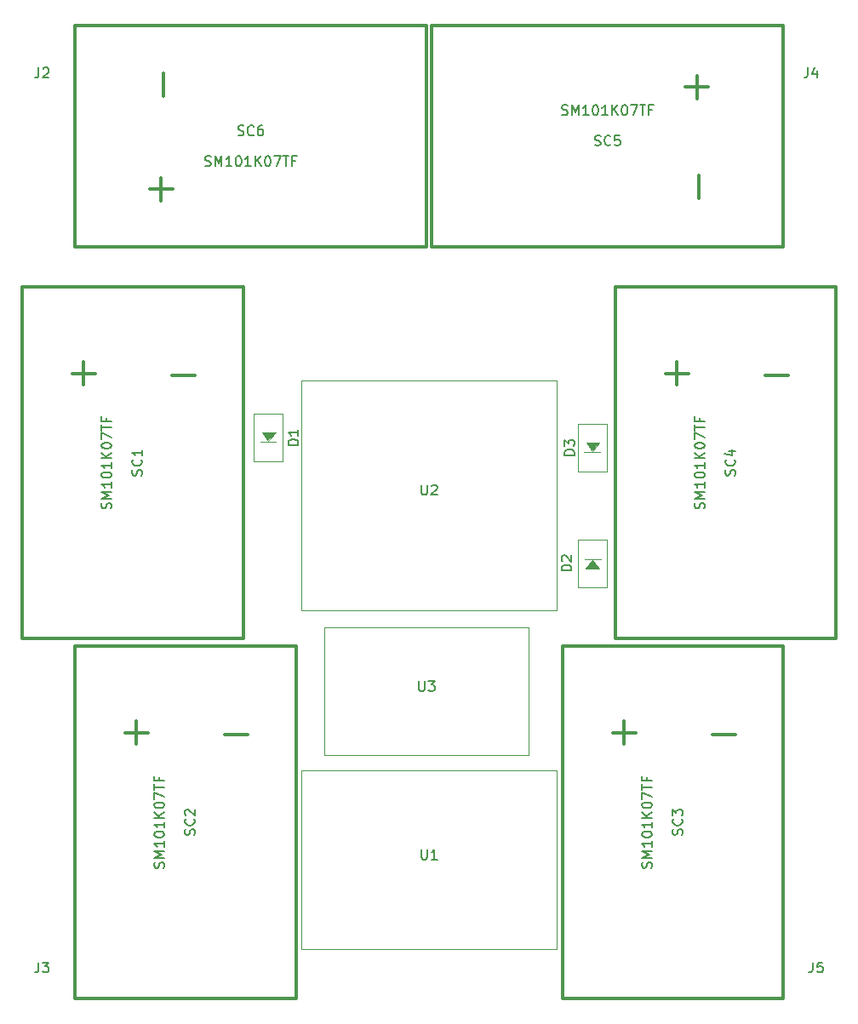
<source format=gbr>
%TF.GenerationSoftware,KiCad,Pcbnew,(5.1.10)-1*%
%TF.CreationDate,2022-05-09T18:00:36-07:00*%
%TF.ProjectId,solar-panel-WithCutout,736f6c61-722d-4706-916e-656c2d576974,1.0*%
%TF.SameCoordinates,Original*%
%TF.FileFunction,Legend,Top*%
%TF.FilePolarity,Positive*%
%FSLAX46Y46*%
G04 Gerber Fmt 4.6, Leading zero omitted, Abs format (unit mm)*
G04 Created by KiCad (PCBNEW (5.1.10)-1) date 2022-05-09 18:00:36*
%MOMM*%
%LPD*%
G01*
G04 APERTURE LIST*
%ADD10C,0.120000*%
%ADD11C,0.100000*%
%ADD12C,0.300000*%
%ADD13C,0.150000*%
G04 APERTURE END LIST*
D10*
%TO.C,D3*%
X156937200Y-92431800D02*
X158486600Y-92431800D01*
D11*
G36*
X158461200Y-91492000D02*
G01*
X157724600Y-92304800D01*
X157115000Y-91492000D01*
X158461200Y-91492000D01*
G37*
X158461200Y-91492000D02*
X157724600Y-92304800D01*
X157115000Y-91492000D01*
X158461200Y-91492000D01*
D10*
X156300000Y-94375000D02*
X156300000Y-89625000D01*
X159200000Y-94375000D02*
X156300000Y-94375000D01*
X159200000Y-89625000D02*
X156300000Y-89625000D01*
X159200000Y-94375000D02*
X159200000Y-89625000D01*
%TO.C,D2*%
X158562800Y-103068200D02*
X157013400Y-103068200D01*
D11*
G36*
X157038800Y-104008000D02*
G01*
X157775400Y-103195200D01*
X158385000Y-104008000D01*
X157038800Y-104008000D01*
G37*
X157038800Y-104008000D02*
X157775400Y-103195200D01*
X158385000Y-104008000D01*
X157038800Y-104008000D01*
D10*
X159200000Y-101125000D02*
X159200000Y-105875000D01*
X156300000Y-101125000D02*
X159200000Y-101125000D01*
X156300000Y-105875000D02*
X159200000Y-105875000D01*
X156300000Y-101125000D02*
X156300000Y-105875000D01*
%TO.C,D1*%
X124687200Y-91431800D02*
X126236600Y-91431800D01*
D11*
G36*
X126211200Y-90492000D02*
G01*
X125474600Y-91304800D01*
X124865000Y-90492000D01*
X126211200Y-90492000D01*
G37*
X126211200Y-90492000D02*
X125474600Y-91304800D01*
X124865000Y-90492000D01*
X126211200Y-90492000D01*
D10*
X124050000Y-93375000D02*
X124050000Y-88625000D01*
X126950000Y-93375000D02*
X124050000Y-93375000D01*
X126950000Y-88625000D02*
X124050000Y-88625000D01*
X126950000Y-93375000D02*
X126950000Y-88625000D01*
%TO.C,U3*%
X141250000Y-122600000D02*
X151410000Y-122600000D01*
X151410000Y-122600000D02*
X151410000Y-116250000D01*
X141250000Y-122600000D02*
X131090000Y-122600000D01*
X131090000Y-122600000D02*
X131090000Y-116250000D01*
X151410000Y-109900000D02*
X151410000Y-116250000D01*
X141250000Y-109900000D02*
X151410000Y-109900000D01*
X131090000Y-109900000D02*
X131090000Y-116250000D01*
X141250000Y-109900000D02*
X131090000Y-109900000D01*
%TO.C,U2*%
X141500000Y-85320000D02*
X128800000Y-85320000D01*
X128800000Y-94210000D02*
X128800000Y-85320000D01*
X141500000Y-85320000D02*
X154200000Y-85320000D01*
X154200000Y-94210000D02*
X154200000Y-85320000D01*
X128800000Y-85320000D02*
X130578000Y-85320000D01*
X128800000Y-94210000D02*
X128800000Y-96750000D01*
X154200000Y-94210000D02*
X154200000Y-96750000D01*
X128800000Y-99290000D02*
X128800000Y-96750000D01*
X141500000Y-108180000D02*
X128800000Y-108180000D01*
X141500000Y-108180000D02*
X154200000Y-108180000D01*
X154200000Y-108180000D02*
X152422000Y-108180000D01*
X154200000Y-99290000D02*
X154200000Y-96750000D01*
X154200000Y-99290000D02*
X154200000Y-108180000D01*
X128800000Y-99290000D02*
X128800000Y-108180000D01*
%TO.C,U1*%
X154200000Y-133000000D02*
X154200000Y-141890000D01*
X141500000Y-141890000D02*
X154200000Y-141890000D01*
X141500000Y-141890000D02*
X128800000Y-141890000D01*
X128800000Y-133000000D02*
X128800000Y-141890000D01*
X154200000Y-133000000D02*
X154200000Y-124110000D01*
X141500000Y-124110000D02*
X154200000Y-124110000D01*
X128800000Y-133000000D02*
X128800000Y-124110000D01*
X141500000Y-124110000D02*
X128800000Y-124110000D01*
D12*
%TO.C,SC6*%
X141250000Y-72000000D02*
X106250000Y-72000000D01*
X106250000Y-72000000D02*
X106250000Y-50000000D01*
X106250000Y-50000000D02*
X141250000Y-50000000D01*
X141250000Y-50000000D02*
X141250000Y-72000000D01*
%TO.C,SC5*%
X141750000Y-50000000D02*
X176750000Y-50000000D01*
X176750000Y-50000000D02*
X176750000Y-72000000D01*
X176750000Y-72000000D02*
X141750000Y-72000000D01*
X141750000Y-72000000D02*
X141750000Y-50000000D01*
%TO.C,SC4*%
X160000000Y-111000000D02*
X160000000Y-76000000D01*
X160000000Y-76000000D02*
X182000000Y-76000000D01*
X182000000Y-76000000D02*
X182000000Y-111000000D01*
X182000000Y-111000000D02*
X160000000Y-111000000D01*
%TO.C,SC3*%
X154750000Y-146750000D02*
X154750000Y-111750000D01*
X154750000Y-111750000D02*
X176750000Y-111750000D01*
X176750000Y-111750000D02*
X176750000Y-146750000D01*
X176750000Y-146750000D02*
X154750000Y-146750000D01*
%TO.C,SC2*%
X106250000Y-146750000D02*
X106250000Y-111750000D01*
X106250000Y-111750000D02*
X128250000Y-111750000D01*
X128250000Y-111750000D02*
X128250000Y-146750000D01*
X128250000Y-146750000D02*
X106250000Y-146750000D01*
%TO.C,SC1*%
X101000000Y-111000000D02*
X101000000Y-76000000D01*
X101000000Y-76000000D02*
X123000000Y-76000000D01*
X123000000Y-76000000D02*
X123000000Y-111000000D01*
X123000000Y-111000000D02*
X101000000Y-111000000D01*
%TO.C,J5*%
D13*
X179666666Y-143202380D02*
X179666666Y-143916666D01*
X179619047Y-144059523D01*
X179523809Y-144154761D01*
X179380952Y-144202380D01*
X179285714Y-144202380D01*
X180619047Y-143202380D02*
X180142857Y-143202380D01*
X180095238Y-143678571D01*
X180142857Y-143630952D01*
X180238095Y-143583333D01*
X180476190Y-143583333D01*
X180571428Y-143630952D01*
X180619047Y-143678571D01*
X180666666Y-143773809D01*
X180666666Y-144011904D01*
X180619047Y-144107142D01*
X180571428Y-144154761D01*
X180476190Y-144202380D01*
X180238095Y-144202380D01*
X180142857Y-144154761D01*
X180095238Y-144107142D01*
%TO.C,J4*%
X179166666Y-54202380D02*
X179166666Y-54916666D01*
X179119047Y-55059523D01*
X179023809Y-55154761D01*
X178880952Y-55202380D01*
X178785714Y-55202380D01*
X180071428Y-54535714D02*
X180071428Y-55202380D01*
X179833333Y-54154761D02*
X179595238Y-54869047D01*
X180214285Y-54869047D01*
%TO.C,J3*%
X102666666Y-143202380D02*
X102666666Y-143916666D01*
X102619047Y-144059523D01*
X102523809Y-144154761D01*
X102380952Y-144202380D01*
X102285714Y-144202380D01*
X103047619Y-143202380D02*
X103666666Y-143202380D01*
X103333333Y-143583333D01*
X103476190Y-143583333D01*
X103571428Y-143630952D01*
X103619047Y-143678571D01*
X103666666Y-143773809D01*
X103666666Y-144011904D01*
X103619047Y-144107142D01*
X103571428Y-144154761D01*
X103476190Y-144202380D01*
X103190476Y-144202380D01*
X103095238Y-144154761D01*
X103047619Y-144107142D01*
%TO.C,J2*%
X102666666Y-54202380D02*
X102666666Y-54916666D01*
X102619047Y-55059523D01*
X102523809Y-55154761D01*
X102380952Y-55202380D01*
X102285714Y-55202380D01*
X103095238Y-54297619D02*
X103142857Y-54250000D01*
X103238095Y-54202380D01*
X103476190Y-54202380D01*
X103571428Y-54250000D01*
X103619047Y-54297619D01*
X103666666Y-54392857D01*
X103666666Y-54488095D01*
X103619047Y-54630952D01*
X103047619Y-55202380D01*
X103666666Y-55202380D01*
%TO.C,D3*%
X155952380Y-92738095D02*
X154952380Y-92738095D01*
X154952380Y-92500000D01*
X155000000Y-92357142D01*
X155095238Y-92261904D01*
X155190476Y-92214285D01*
X155380952Y-92166666D01*
X155523809Y-92166666D01*
X155714285Y-92214285D01*
X155809523Y-92261904D01*
X155904761Y-92357142D01*
X155952380Y-92500000D01*
X155952380Y-92738095D01*
X154952380Y-91833333D02*
X154952380Y-91214285D01*
X155333333Y-91547619D01*
X155333333Y-91404761D01*
X155380952Y-91309523D01*
X155428571Y-91261904D01*
X155523809Y-91214285D01*
X155761904Y-91214285D01*
X155857142Y-91261904D01*
X155904761Y-91309523D01*
X155952380Y-91404761D01*
X155952380Y-91690476D01*
X155904761Y-91785714D01*
X155857142Y-91833333D01*
%TO.C,D2*%
X155662380Y-104238095D02*
X154662380Y-104238095D01*
X154662380Y-104000000D01*
X154710000Y-103857142D01*
X154805238Y-103761904D01*
X154900476Y-103714285D01*
X155090952Y-103666666D01*
X155233809Y-103666666D01*
X155424285Y-103714285D01*
X155519523Y-103761904D01*
X155614761Y-103857142D01*
X155662380Y-104000000D01*
X155662380Y-104238095D01*
X154757619Y-103285714D02*
X154710000Y-103238095D01*
X154662380Y-103142857D01*
X154662380Y-102904761D01*
X154710000Y-102809523D01*
X154757619Y-102761904D01*
X154852857Y-102714285D01*
X154948095Y-102714285D01*
X155090952Y-102761904D01*
X155662380Y-103333333D01*
X155662380Y-102714285D01*
%TO.C,D1*%
X128492380Y-91738095D02*
X127492380Y-91738095D01*
X127492380Y-91500000D01*
X127540000Y-91357142D01*
X127635238Y-91261904D01*
X127730476Y-91214285D01*
X127920952Y-91166666D01*
X128063809Y-91166666D01*
X128254285Y-91214285D01*
X128349523Y-91261904D01*
X128444761Y-91357142D01*
X128492380Y-91500000D01*
X128492380Y-91738095D01*
X128492380Y-90214285D02*
X128492380Y-90785714D01*
X128492380Y-90500000D02*
X127492380Y-90500000D01*
X127635238Y-90595238D01*
X127730476Y-90690476D01*
X127778095Y-90785714D01*
%TO.C,U3*%
X140488095Y-115202380D02*
X140488095Y-116011904D01*
X140535714Y-116107142D01*
X140583333Y-116154761D01*
X140678571Y-116202380D01*
X140869047Y-116202380D01*
X140964285Y-116154761D01*
X141011904Y-116107142D01*
X141059523Y-116011904D01*
X141059523Y-115202380D01*
X141440476Y-115202380D02*
X142059523Y-115202380D01*
X141726190Y-115583333D01*
X141869047Y-115583333D01*
X141964285Y-115630952D01*
X142011904Y-115678571D01*
X142059523Y-115773809D01*
X142059523Y-116011904D01*
X142011904Y-116107142D01*
X141964285Y-116154761D01*
X141869047Y-116202380D01*
X141583333Y-116202380D01*
X141488095Y-116154761D01*
X141440476Y-116107142D01*
%TO.C,U2*%
X140738095Y-95702380D02*
X140738095Y-96511904D01*
X140785714Y-96607142D01*
X140833333Y-96654761D01*
X140928571Y-96702380D01*
X141119047Y-96702380D01*
X141214285Y-96654761D01*
X141261904Y-96607142D01*
X141309523Y-96511904D01*
X141309523Y-95702380D01*
X141738095Y-95797619D02*
X141785714Y-95750000D01*
X141880952Y-95702380D01*
X142119047Y-95702380D01*
X142214285Y-95750000D01*
X142261904Y-95797619D01*
X142309523Y-95892857D01*
X142309523Y-95988095D01*
X142261904Y-96130952D01*
X141690476Y-96702380D01*
X142309523Y-96702380D01*
%TO.C,U1*%
X140738095Y-131952380D02*
X140738095Y-132761904D01*
X140785714Y-132857142D01*
X140833333Y-132904761D01*
X140928571Y-132952380D01*
X141119047Y-132952380D01*
X141214285Y-132904761D01*
X141261904Y-132857142D01*
X141309523Y-132761904D01*
X141309523Y-131952380D01*
X142309523Y-132952380D02*
X141738095Y-132952380D01*
X142023809Y-132952380D02*
X142023809Y-131952380D01*
X141928571Y-132095238D01*
X141833333Y-132190476D01*
X141738095Y-132238095D01*
%TO.C,SC6*%
X122488095Y-60904761D02*
X122630952Y-60952380D01*
X122869047Y-60952380D01*
X122964285Y-60904761D01*
X123011904Y-60857142D01*
X123059523Y-60761904D01*
X123059523Y-60666666D01*
X123011904Y-60571428D01*
X122964285Y-60523809D01*
X122869047Y-60476190D01*
X122678571Y-60428571D01*
X122583333Y-60380952D01*
X122535714Y-60333333D01*
X122488095Y-60238095D01*
X122488095Y-60142857D01*
X122535714Y-60047619D01*
X122583333Y-60000000D01*
X122678571Y-59952380D01*
X122916666Y-59952380D01*
X123059523Y-60000000D01*
X124059523Y-60857142D02*
X124011904Y-60904761D01*
X123869047Y-60952380D01*
X123773809Y-60952380D01*
X123630952Y-60904761D01*
X123535714Y-60809523D01*
X123488095Y-60714285D01*
X123440476Y-60523809D01*
X123440476Y-60380952D01*
X123488095Y-60190476D01*
X123535714Y-60095238D01*
X123630952Y-60000000D01*
X123773809Y-59952380D01*
X123869047Y-59952380D01*
X124011904Y-60000000D01*
X124059523Y-60047619D01*
X124916666Y-59952380D02*
X124726190Y-59952380D01*
X124630952Y-60000000D01*
X124583333Y-60047619D01*
X124488095Y-60190476D01*
X124440476Y-60380952D01*
X124440476Y-60761904D01*
X124488095Y-60857142D01*
X124535714Y-60904761D01*
X124630952Y-60952380D01*
X124821428Y-60952380D01*
X124916666Y-60904761D01*
X124964285Y-60857142D01*
X125011904Y-60761904D01*
X125011904Y-60523809D01*
X124964285Y-60428571D01*
X124916666Y-60380952D01*
X124821428Y-60333333D01*
X124630952Y-60333333D01*
X124535714Y-60380952D01*
X124488095Y-60428571D01*
X124440476Y-60523809D01*
X119202380Y-63944761D02*
X119345238Y-63992380D01*
X119583333Y-63992380D01*
X119678571Y-63944761D01*
X119726190Y-63897142D01*
X119773809Y-63801904D01*
X119773809Y-63706666D01*
X119726190Y-63611428D01*
X119678571Y-63563809D01*
X119583333Y-63516190D01*
X119392857Y-63468571D01*
X119297619Y-63420952D01*
X119250000Y-63373333D01*
X119202380Y-63278095D01*
X119202380Y-63182857D01*
X119250000Y-63087619D01*
X119297619Y-63040000D01*
X119392857Y-62992380D01*
X119630952Y-62992380D01*
X119773809Y-63040000D01*
X120202380Y-63992380D02*
X120202380Y-62992380D01*
X120535714Y-63706666D01*
X120869047Y-62992380D01*
X120869047Y-63992380D01*
X121869047Y-63992380D02*
X121297619Y-63992380D01*
X121583333Y-63992380D02*
X121583333Y-62992380D01*
X121488095Y-63135238D01*
X121392857Y-63230476D01*
X121297619Y-63278095D01*
X122488095Y-62992380D02*
X122583333Y-62992380D01*
X122678571Y-63040000D01*
X122726190Y-63087619D01*
X122773809Y-63182857D01*
X122821428Y-63373333D01*
X122821428Y-63611428D01*
X122773809Y-63801904D01*
X122726190Y-63897142D01*
X122678571Y-63944761D01*
X122583333Y-63992380D01*
X122488095Y-63992380D01*
X122392857Y-63944761D01*
X122345238Y-63897142D01*
X122297619Y-63801904D01*
X122250000Y-63611428D01*
X122250000Y-63373333D01*
X122297619Y-63182857D01*
X122345238Y-63087619D01*
X122392857Y-63040000D01*
X122488095Y-62992380D01*
X123773809Y-63992380D02*
X123202380Y-63992380D01*
X123488095Y-63992380D02*
X123488095Y-62992380D01*
X123392857Y-63135238D01*
X123297619Y-63230476D01*
X123202380Y-63278095D01*
X124202380Y-63992380D02*
X124202380Y-62992380D01*
X124773809Y-63992380D02*
X124345238Y-63420952D01*
X124773809Y-62992380D02*
X124202380Y-63563809D01*
X125392857Y-62992380D02*
X125488095Y-62992380D01*
X125583333Y-63040000D01*
X125630952Y-63087619D01*
X125678571Y-63182857D01*
X125726190Y-63373333D01*
X125726190Y-63611428D01*
X125678571Y-63801904D01*
X125630952Y-63897142D01*
X125583333Y-63944761D01*
X125488095Y-63992380D01*
X125392857Y-63992380D01*
X125297619Y-63944761D01*
X125250000Y-63897142D01*
X125202380Y-63801904D01*
X125154761Y-63611428D01*
X125154761Y-63373333D01*
X125202380Y-63182857D01*
X125250000Y-63087619D01*
X125297619Y-63040000D01*
X125392857Y-62992380D01*
X126059523Y-62992380D02*
X126726190Y-62992380D01*
X126297619Y-63992380D01*
X126964285Y-62992380D02*
X127535714Y-62992380D01*
X127250000Y-63992380D02*
X127250000Y-62992380D01*
X128202380Y-63468571D02*
X127869047Y-63468571D01*
X127869047Y-63992380D02*
X127869047Y-62992380D01*
X128345238Y-62992380D01*
D12*
X115074285Y-57062857D02*
X115074285Y-54777142D01*
X113717142Y-66294285D02*
X116002857Y-66294285D01*
X114860000Y-67437142D02*
X114860000Y-65151428D01*
%TO.C,SC5*%
D13*
X157988095Y-61904761D02*
X158130952Y-61952380D01*
X158369047Y-61952380D01*
X158464285Y-61904761D01*
X158511904Y-61857142D01*
X158559523Y-61761904D01*
X158559523Y-61666666D01*
X158511904Y-61571428D01*
X158464285Y-61523809D01*
X158369047Y-61476190D01*
X158178571Y-61428571D01*
X158083333Y-61380952D01*
X158035714Y-61333333D01*
X157988095Y-61238095D01*
X157988095Y-61142857D01*
X158035714Y-61047619D01*
X158083333Y-61000000D01*
X158178571Y-60952380D01*
X158416666Y-60952380D01*
X158559523Y-61000000D01*
X159559523Y-61857142D02*
X159511904Y-61904761D01*
X159369047Y-61952380D01*
X159273809Y-61952380D01*
X159130952Y-61904761D01*
X159035714Y-61809523D01*
X158988095Y-61714285D01*
X158940476Y-61523809D01*
X158940476Y-61380952D01*
X158988095Y-61190476D01*
X159035714Y-61095238D01*
X159130952Y-61000000D01*
X159273809Y-60952380D01*
X159369047Y-60952380D01*
X159511904Y-61000000D01*
X159559523Y-61047619D01*
X160464285Y-60952380D02*
X159988095Y-60952380D01*
X159940476Y-61428571D01*
X159988095Y-61380952D01*
X160083333Y-61333333D01*
X160321428Y-61333333D01*
X160416666Y-61380952D01*
X160464285Y-61428571D01*
X160511904Y-61523809D01*
X160511904Y-61761904D01*
X160464285Y-61857142D01*
X160416666Y-61904761D01*
X160321428Y-61952380D01*
X160083333Y-61952380D01*
X159988095Y-61904761D01*
X159940476Y-61857142D01*
X154702380Y-58864761D02*
X154845238Y-58912380D01*
X155083333Y-58912380D01*
X155178571Y-58864761D01*
X155226190Y-58817142D01*
X155273809Y-58721904D01*
X155273809Y-58626666D01*
X155226190Y-58531428D01*
X155178571Y-58483809D01*
X155083333Y-58436190D01*
X154892857Y-58388571D01*
X154797619Y-58340952D01*
X154750000Y-58293333D01*
X154702380Y-58198095D01*
X154702380Y-58102857D01*
X154750000Y-58007619D01*
X154797619Y-57960000D01*
X154892857Y-57912380D01*
X155130952Y-57912380D01*
X155273809Y-57960000D01*
X155702380Y-58912380D02*
X155702380Y-57912380D01*
X156035714Y-58626666D01*
X156369047Y-57912380D01*
X156369047Y-58912380D01*
X157369047Y-58912380D02*
X156797619Y-58912380D01*
X157083333Y-58912380D02*
X157083333Y-57912380D01*
X156988095Y-58055238D01*
X156892857Y-58150476D01*
X156797619Y-58198095D01*
X157988095Y-57912380D02*
X158083333Y-57912380D01*
X158178571Y-57960000D01*
X158226190Y-58007619D01*
X158273809Y-58102857D01*
X158321428Y-58293333D01*
X158321428Y-58531428D01*
X158273809Y-58721904D01*
X158226190Y-58817142D01*
X158178571Y-58864761D01*
X158083333Y-58912380D01*
X157988095Y-58912380D01*
X157892857Y-58864761D01*
X157845238Y-58817142D01*
X157797619Y-58721904D01*
X157750000Y-58531428D01*
X157750000Y-58293333D01*
X157797619Y-58102857D01*
X157845238Y-58007619D01*
X157892857Y-57960000D01*
X157988095Y-57912380D01*
X159273809Y-58912380D02*
X158702380Y-58912380D01*
X158988095Y-58912380D02*
X158988095Y-57912380D01*
X158892857Y-58055238D01*
X158797619Y-58150476D01*
X158702380Y-58198095D01*
X159702380Y-58912380D02*
X159702380Y-57912380D01*
X160273809Y-58912380D02*
X159845238Y-58340952D01*
X160273809Y-57912380D02*
X159702380Y-58483809D01*
X160892857Y-57912380D02*
X160988095Y-57912380D01*
X161083333Y-57960000D01*
X161130952Y-58007619D01*
X161178571Y-58102857D01*
X161226190Y-58293333D01*
X161226190Y-58531428D01*
X161178571Y-58721904D01*
X161130952Y-58817142D01*
X161083333Y-58864761D01*
X160988095Y-58912380D01*
X160892857Y-58912380D01*
X160797619Y-58864761D01*
X160750000Y-58817142D01*
X160702380Y-58721904D01*
X160654761Y-58531428D01*
X160654761Y-58293333D01*
X160702380Y-58102857D01*
X160750000Y-58007619D01*
X160797619Y-57960000D01*
X160892857Y-57912380D01*
X161559523Y-57912380D02*
X162226190Y-57912380D01*
X161797619Y-58912380D01*
X162464285Y-57912380D02*
X163035714Y-57912380D01*
X162750000Y-58912380D02*
X162750000Y-57912380D01*
X163702380Y-58388571D02*
X163369047Y-58388571D01*
X163369047Y-58912380D02*
X163369047Y-57912380D01*
X163845238Y-57912380D01*
D12*
X168354285Y-67222857D02*
X168354285Y-64937142D01*
X166997142Y-56134285D02*
X169282857Y-56134285D01*
X168140000Y-57277142D02*
X168140000Y-54991428D01*
%TO.C,SC4*%
D13*
X171904761Y-94761904D02*
X171952380Y-94619047D01*
X171952380Y-94380952D01*
X171904761Y-94285714D01*
X171857142Y-94238095D01*
X171761904Y-94190476D01*
X171666666Y-94190476D01*
X171571428Y-94238095D01*
X171523809Y-94285714D01*
X171476190Y-94380952D01*
X171428571Y-94571428D01*
X171380952Y-94666666D01*
X171333333Y-94714285D01*
X171238095Y-94761904D01*
X171142857Y-94761904D01*
X171047619Y-94714285D01*
X171000000Y-94666666D01*
X170952380Y-94571428D01*
X170952380Y-94333333D01*
X171000000Y-94190476D01*
X171857142Y-93190476D02*
X171904761Y-93238095D01*
X171952380Y-93380952D01*
X171952380Y-93476190D01*
X171904761Y-93619047D01*
X171809523Y-93714285D01*
X171714285Y-93761904D01*
X171523809Y-93809523D01*
X171380952Y-93809523D01*
X171190476Y-93761904D01*
X171095238Y-93714285D01*
X171000000Y-93619047D01*
X170952380Y-93476190D01*
X170952380Y-93380952D01*
X171000000Y-93238095D01*
X171047619Y-93190476D01*
X171285714Y-92333333D02*
X171952380Y-92333333D01*
X170904761Y-92571428D02*
X171619047Y-92809523D01*
X171619047Y-92190476D01*
X168864761Y-98047619D02*
X168912380Y-97904761D01*
X168912380Y-97666666D01*
X168864761Y-97571428D01*
X168817142Y-97523809D01*
X168721904Y-97476190D01*
X168626666Y-97476190D01*
X168531428Y-97523809D01*
X168483809Y-97571428D01*
X168436190Y-97666666D01*
X168388571Y-97857142D01*
X168340952Y-97952380D01*
X168293333Y-98000000D01*
X168198095Y-98047619D01*
X168102857Y-98047619D01*
X168007619Y-98000000D01*
X167960000Y-97952380D01*
X167912380Y-97857142D01*
X167912380Y-97619047D01*
X167960000Y-97476190D01*
X168912380Y-97047619D02*
X167912380Y-97047619D01*
X168626666Y-96714285D01*
X167912380Y-96380952D01*
X168912380Y-96380952D01*
X168912380Y-95380952D02*
X168912380Y-95952380D01*
X168912380Y-95666666D02*
X167912380Y-95666666D01*
X168055238Y-95761904D01*
X168150476Y-95857142D01*
X168198095Y-95952380D01*
X167912380Y-94761904D02*
X167912380Y-94666666D01*
X167960000Y-94571428D01*
X168007619Y-94523809D01*
X168102857Y-94476190D01*
X168293333Y-94428571D01*
X168531428Y-94428571D01*
X168721904Y-94476190D01*
X168817142Y-94523809D01*
X168864761Y-94571428D01*
X168912380Y-94666666D01*
X168912380Y-94761904D01*
X168864761Y-94857142D01*
X168817142Y-94904761D01*
X168721904Y-94952380D01*
X168531428Y-95000000D01*
X168293333Y-95000000D01*
X168102857Y-94952380D01*
X168007619Y-94904761D01*
X167960000Y-94857142D01*
X167912380Y-94761904D01*
X168912380Y-93476190D02*
X168912380Y-94047619D01*
X168912380Y-93761904D02*
X167912380Y-93761904D01*
X168055238Y-93857142D01*
X168150476Y-93952380D01*
X168198095Y-94047619D01*
X168912380Y-93047619D02*
X167912380Y-93047619D01*
X168912380Y-92476190D02*
X168340952Y-92904761D01*
X167912380Y-92476190D02*
X168483809Y-93047619D01*
X167912380Y-91857142D02*
X167912380Y-91761904D01*
X167960000Y-91666666D01*
X168007619Y-91619047D01*
X168102857Y-91571428D01*
X168293333Y-91523809D01*
X168531428Y-91523809D01*
X168721904Y-91571428D01*
X168817142Y-91619047D01*
X168864761Y-91666666D01*
X168912380Y-91761904D01*
X168912380Y-91857142D01*
X168864761Y-91952380D01*
X168817142Y-92000000D01*
X168721904Y-92047619D01*
X168531428Y-92095238D01*
X168293333Y-92095238D01*
X168102857Y-92047619D01*
X168007619Y-92000000D01*
X167960000Y-91952380D01*
X167912380Y-91857142D01*
X167912380Y-91190476D02*
X167912380Y-90523809D01*
X168912380Y-90952380D01*
X167912380Y-90285714D02*
X167912380Y-89714285D01*
X168912380Y-90000000D02*
X167912380Y-90000000D01*
X168388571Y-89047619D02*
X168388571Y-89380952D01*
X168912380Y-89380952D02*
X167912380Y-89380952D01*
X167912380Y-88904761D01*
D12*
X174937142Y-84824285D02*
X177222857Y-84824285D01*
X166134285Y-85752857D02*
X166134285Y-83467142D01*
X167277142Y-84610000D02*
X164991428Y-84610000D01*
%TO.C,SC3*%
D13*
X166654761Y-130511904D02*
X166702380Y-130369047D01*
X166702380Y-130130952D01*
X166654761Y-130035714D01*
X166607142Y-129988095D01*
X166511904Y-129940476D01*
X166416666Y-129940476D01*
X166321428Y-129988095D01*
X166273809Y-130035714D01*
X166226190Y-130130952D01*
X166178571Y-130321428D01*
X166130952Y-130416666D01*
X166083333Y-130464285D01*
X165988095Y-130511904D01*
X165892857Y-130511904D01*
X165797619Y-130464285D01*
X165750000Y-130416666D01*
X165702380Y-130321428D01*
X165702380Y-130083333D01*
X165750000Y-129940476D01*
X166607142Y-128940476D02*
X166654761Y-128988095D01*
X166702380Y-129130952D01*
X166702380Y-129226190D01*
X166654761Y-129369047D01*
X166559523Y-129464285D01*
X166464285Y-129511904D01*
X166273809Y-129559523D01*
X166130952Y-129559523D01*
X165940476Y-129511904D01*
X165845238Y-129464285D01*
X165750000Y-129369047D01*
X165702380Y-129226190D01*
X165702380Y-129130952D01*
X165750000Y-128988095D01*
X165797619Y-128940476D01*
X165702380Y-128607142D02*
X165702380Y-127988095D01*
X166083333Y-128321428D01*
X166083333Y-128178571D01*
X166130952Y-128083333D01*
X166178571Y-128035714D01*
X166273809Y-127988095D01*
X166511904Y-127988095D01*
X166607142Y-128035714D01*
X166654761Y-128083333D01*
X166702380Y-128178571D01*
X166702380Y-128464285D01*
X166654761Y-128559523D01*
X166607142Y-128607142D01*
X163614761Y-133797619D02*
X163662380Y-133654761D01*
X163662380Y-133416666D01*
X163614761Y-133321428D01*
X163567142Y-133273809D01*
X163471904Y-133226190D01*
X163376666Y-133226190D01*
X163281428Y-133273809D01*
X163233809Y-133321428D01*
X163186190Y-133416666D01*
X163138571Y-133607142D01*
X163090952Y-133702380D01*
X163043333Y-133750000D01*
X162948095Y-133797619D01*
X162852857Y-133797619D01*
X162757619Y-133750000D01*
X162710000Y-133702380D01*
X162662380Y-133607142D01*
X162662380Y-133369047D01*
X162710000Y-133226190D01*
X163662380Y-132797619D02*
X162662380Y-132797619D01*
X163376666Y-132464285D01*
X162662380Y-132130952D01*
X163662380Y-132130952D01*
X163662380Y-131130952D02*
X163662380Y-131702380D01*
X163662380Y-131416666D02*
X162662380Y-131416666D01*
X162805238Y-131511904D01*
X162900476Y-131607142D01*
X162948095Y-131702380D01*
X162662380Y-130511904D02*
X162662380Y-130416666D01*
X162710000Y-130321428D01*
X162757619Y-130273809D01*
X162852857Y-130226190D01*
X163043333Y-130178571D01*
X163281428Y-130178571D01*
X163471904Y-130226190D01*
X163567142Y-130273809D01*
X163614761Y-130321428D01*
X163662380Y-130416666D01*
X163662380Y-130511904D01*
X163614761Y-130607142D01*
X163567142Y-130654761D01*
X163471904Y-130702380D01*
X163281428Y-130750000D01*
X163043333Y-130750000D01*
X162852857Y-130702380D01*
X162757619Y-130654761D01*
X162710000Y-130607142D01*
X162662380Y-130511904D01*
X163662380Y-129226190D02*
X163662380Y-129797619D01*
X163662380Y-129511904D02*
X162662380Y-129511904D01*
X162805238Y-129607142D01*
X162900476Y-129702380D01*
X162948095Y-129797619D01*
X163662380Y-128797619D02*
X162662380Y-128797619D01*
X163662380Y-128226190D02*
X163090952Y-128654761D01*
X162662380Y-128226190D02*
X163233809Y-128797619D01*
X162662380Y-127607142D02*
X162662380Y-127511904D01*
X162710000Y-127416666D01*
X162757619Y-127369047D01*
X162852857Y-127321428D01*
X163043333Y-127273809D01*
X163281428Y-127273809D01*
X163471904Y-127321428D01*
X163567142Y-127369047D01*
X163614761Y-127416666D01*
X163662380Y-127511904D01*
X163662380Y-127607142D01*
X163614761Y-127702380D01*
X163567142Y-127750000D01*
X163471904Y-127797619D01*
X163281428Y-127845238D01*
X163043333Y-127845238D01*
X162852857Y-127797619D01*
X162757619Y-127750000D01*
X162710000Y-127702380D01*
X162662380Y-127607142D01*
X162662380Y-126940476D02*
X162662380Y-126273809D01*
X163662380Y-126702380D01*
X162662380Y-126035714D02*
X162662380Y-125464285D01*
X163662380Y-125750000D02*
X162662380Y-125750000D01*
X163138571Y-124797619D02*
X163138571Y-125130952D01*
X163662380Y-125130952D02*
X162662380Y-125130952D01*
X162662380Y-124654761D01*
D12*
X169687142Y-120574285D02*
X171972857Y-120574285D01*
X160884285Y-121502857D02*
X160884285Y-119217142D01*
X162027142Y-120360000D02*
X159741428Y-120360000D01*
%TO.C,SC2*%
D13*
X118154761Y-130511904D02*
X118202380Y-130369047D01*
X118202380Y-130130952D01*
X118154761Y-130035714D01*
X118107142Y-129988095D01*
X118011904Y-129940476D01*
X117916666Y-129940476D01*
X117821428Y-129988095D01*
X117773809Y-130035714D01*
X117726190Y-130130952D01*
X117678571Y-130321428D01*
X117630952Y-130416666D01*
X117583333Y-130464285D01*
X117488095Y-130511904D01*
X117392857Y-130511904D01*
X117297619Y-130464285D01*
X117250000Y-130416666D01*
X117202380Y-130321428D01*
X117202380Y-130083333D01*
X117250000Y-129940476D01*
X118107142Y-128940476D02*
X118154761Y-128988095D01*
X118202380Y-129130952D01*
X118202380Y-129226190D01*
X118154761Y-129369047D01*
X118059523Y-129464285D01*
X117964285Y-129511904D01*
X117773809Y-129559523D01*
X117630952Y-129559523D01*
X117440476Y-129511904D01*
X117345238Y-129464285D01*
X117250000Y-129369047D01*
X117202380Y-129226190D01*
X117202380Y-129130952D01*
X117250000Y-128988095D01*
X117297619Y-128940476D01*
X117297619Y-128559523D02*
X117250000Y-128511904D01*
X117202380Y-128416666D01*
X117202380Y-128178571D01*
X117250000Y-128083333D01*
X117297619Y-128035714D01*
X117392857Y-127988095D01*
X117488095Y-127988095D01*
X117630952Y-128035714D01*
X118202380Y-128607142D01*
X118202380Y-127988095D01*
X115114761Y-133797619D02*
X115162380Y-133654761D01*
X115162380Y-133416666D01*
X115114761Y-133321428D01*
X115067142Y-133273809D01*
X114971904Y-133226190D01*
X114876666Y-133226190D01*
X114781428Y-133273809D01*
X114733809Y-133321428D01*
X114686190Y-133416666D01*
X114638571Y-133607142D01*
X114590952Y-133702380D01*
X114543333Y-133750000D01*
X114448095Y-133797619D01*
X114352857Y-133797619D01*
X114257619Y-133750000D01*
X114210000Y-133702380D01*
X114162380Y-133607142D01*
X114162380Y-133369047D01*
X114210000Y-133226190D01*
X115162380Y-132797619D02*
X114162380Y-132797619D01*
X114876666Y-132464285D01*
X114162380Y-132130952D01*
X115162380Y-132130952D01*
X115162380Y-131130952D02*
X115162380Y-131702380D01*
X115162380Y-131416666D02*
X114162380Y-131416666D01*
X114305238Y-131511904D01*
X114400476Y-131607142D01*
X114448095Y-131702380D01*
X114162380Y-130511904D02*
X114162380Y-130416666D01*
X114210000Y-130321428D01*
X114257619Y-130273809D01*
X114352857Y-130226190D01*
X114543333Y-130178571D01*
X114781428Y-130178571D01*
X114971904Y-130226190D01*
X115067142Y-130273809D01*
X115114761Y-130321428D01*
X115162380Y-130416666D01*
X115162380Y-130511904D01*
X115114761Y-130607142D01*
X115067142Y-130654761D01*
X114971904Y-130702380D01*
X114781428Y-130750000D01*
X114543333Y-130750000D01*
X114352857Y-130702380D01*
X114257619Y-130654761D01*
X114210000Y-130607142D01*
X114162380Y-130511904D01*
X115162380Y-129226190D02*
X115162380Y-129797619D01*
X115162380Y-129511904D02*
X114162380Y-129511904D01*
X114305238Y-129607142D01*
X114400476Y-129702380D01*
X114448095Y-129797619D01*
X115162380Y-128797619D02*
X114162380Y-128797619D01*
X115162380Y-128226190D02*
X114590952Y-128654761D01*
X114162380Y-128226190D02*
X114733809Y-128797619D01*
X114162380Y-127607142D02*
X114162380Y-127511904D01*
X114210000Y-127416666D01*
X114257619Y-127369047D01*
X114352857Y-127321428D01*
X114543333Y-127273809D01*
X114781428Y-127273809D01*
X114971904Y-127321428D01*
X115067142Y-127369047D01*
X115114761Y-127416666D01*
X115162380Y-127511904D01*
X115162380Y-127607142D01*
X115114761Y-127702380D01*
X115067142Y-127750000D01*
X114971904Y-127797619D01*
X114781428Y-127845238D01*
X114543333Y-127845238D01*
X114352857Y-127797619D01*
X114257619Y-127750000D01*
X114210000Y-127702380D01*
X114162380Y-127607142D01*
X114162380Y-126940476D02*
X114162380Y-126273809D01*
X115162380Y-126702380D01*
X114162380Y-126035714D02*
X114162380Y-125464285D01*
X115162380Y-125750000D02*
X114162380Y-125750000D01*
X114638571Y-124797619D02*
X114638571Y-125130952D01*
X115162380Y-125130952D02*
X114162380Y-125130952D01*
X114162380Y-124654761D01*
D12*
X121187142Y-120574285D02*
X123472857Y-120574285D01*
X112384285Y-121502857D02*
X112384285Y-119217142D01*
X113527142Y-120360000D02*
X111241428Y-120360000D01*
%TO.C,SC1*%
D13*
X112904761Y-94761904D02*
X112952380Y-94619047D01*
X112952380Y-94380952D01*
X112904761Y-94285714D01*
X112857142Y-94238095D01*
X112761904Y-94190476D01*
X112666666Y-94190476D01*
X112571428Y-94238095D01*
X112523809Y-94285714D01*
X112476190Y-94380952D01*
X112428571Y-94571428D01*
X112380952Y-94666666D01*
X112333333Y-94714285D01*
X112238095Y-94761904D01*
X112142857Y-94761904D01*
X112047619Y-94714285D01*
X112000000Y-94666666D01*
X111952380Y-94571428D01*
X111952380Y-94333333D01*
X112000000Y-94190476D01*
X112857142Y-93190476D02*
X112904761Y-93238095D01*
X112952380Y-93380952D01*
X112952380Y-93476190D01*
X112904761Y-93619047D01*
X112809523Y-93714285D01*
X112714285Y-93761904D01*
X112523809Y-93809523D01*
X112380952Y-93809523D01*
X112190476Y-93761904D01*
X112095238Y-93714285D01*
X112000000Y-93619047D01*
X111952380Y-93476190D01*
X111952380Y-93380952D01*
X112000000Y-93238095D01*
X112047619Y-93190476D01*
X112952380Y-92238095D02*
X112952380Y-92809523D01*
X112952380Y-92523809D02*
X111952380Y-92523809D01*
X112095238Y-92619047D01*
X112190476Y-92714285D01*
X112238095Y-92809523D01*
X109864761Y-98047619D02*
X109912380Y-97904761D01*
X109912380Y-97666666D01*
X109864761Y-97571428D01*
X109817142Y-97523809D01*
X109721904Y-97476190D01*
X109626666Y-97476190D01*
X109531428Y-97523809D01*
X109483809Y-97571428D01*
X109436190Y-97666666D01*
X109388571Y-97857142D01*
X109340952Y-97952380D01*
X109293333Y-98000000D01*
X109198095Y-98047619D01*
X109102857Y-98047619D01*
X109007619Y-98000000D01*
X108960000Y-97952380D01*
X108912380Y-97857142D01*
X108912380Y-97619047D01*
X108960000Y-97476190D01*
X109912380Y-97047619D02*
X108912380Y-97047619D01*
X109626666Y-96714285D01*
X108912380Y-96380952D01*
X109912380Y-96380952D01*
X109912380Y-95380952D02*
X109912380Y-95952380D01*
X109912380Y-95666666D02*
X108912380Y-95666666D01*
X109055238Y-95761904D01*
X109150476Y-95857142D01*
X109198095Y-95952380D01*
X108912380Y-94761904D02*
X108912380Y-94666666D01*
X108960000Y-94571428D01*
X109007619Y-94523809D01*
X109102857Y-94476190D01*
X109293333Y-94428571D01*
X109531428Y-94428571D01*
X109721904Y-94476190D01*
X109817142Y-94523809D01*
X109864761Y-94571428D01*
X109912380Y-94666666D01*
X109912380Y-94761904D01*
X109864761Y-94857142D01*
X109817142Y-94904761D01*
X109721904Y-94952380D01*
X109531428Y-95000000D01*
X109293333Y-95000000D01*
X109102857Y-94952380D01*
X109007619Y-94904761D01*
X108960000Y-94857142D01*
X108912380Y-94761904D01*
X109912380Y-93476190D02*
X109912380Y-94047619D01*
X109912380Y-93761904D02*
X108912380Y-93761904D01*
X109055238Y-93857142D01*
X109150476Y-93952380D01*
X109198095Y-94047619D01*
X109912380Y-93047619D02*
X108912380Y-93047619D01*
X109912380Y-92476190D02*
X109340952Y-92904761D01*
X108912380Y-92476190D02*
X109483809Y-93047619D01*
X108912380Y-91857142D02*
X108912380Y-91761904D01*
X108960000Y-91666666D01*
X109007619Y-91619047D01*
X109102857Y-91571428D01*
X109293333Y-91523809D01*
X109531428Y-91523809D01*
X109721904Y-91571428D01*
X109817142Y-91619047D01*
X109864761Y-91666666D01*
X109912380Y-91761904D01*
X109912380Y-91857142D01*
X109864761Y-91952380D01*
X109817142Y-92000000D01*
X109721904Y-92047619D01*
X109531428Y-92095238D01*
X109293333Y-92095238D01*
X109102857Y-92047619D01*
X109007619Y-92000000D01*
X108960000Y-91952380D01*
X108912380Y-91857142D01*
X108912380Y-91190476D02*
X108912380Y-90523809D01*
X109912380Y-90952380D01*
X108912380Y-90285714D02*
X108912380Y-89714285D01*
X109912380Y-90000000D02*
X108912380Y-90000000D01*
X109388571Y-89047619D02*
X109388571Y-89380952D01*
X109912380Y-89380952D02*
X108912380Y-89380952D01*
X108912380Y-88904761D01*
D12*
X115937142Y-84824285D02*
X118222857Y-84824285D01*
X107134285Y-85752857D02*
X107134285Y-83467142D01*
X108277142Y-84610000D02*
X105991428Y-84610000D01*
%TD*%
M02*

</source>
